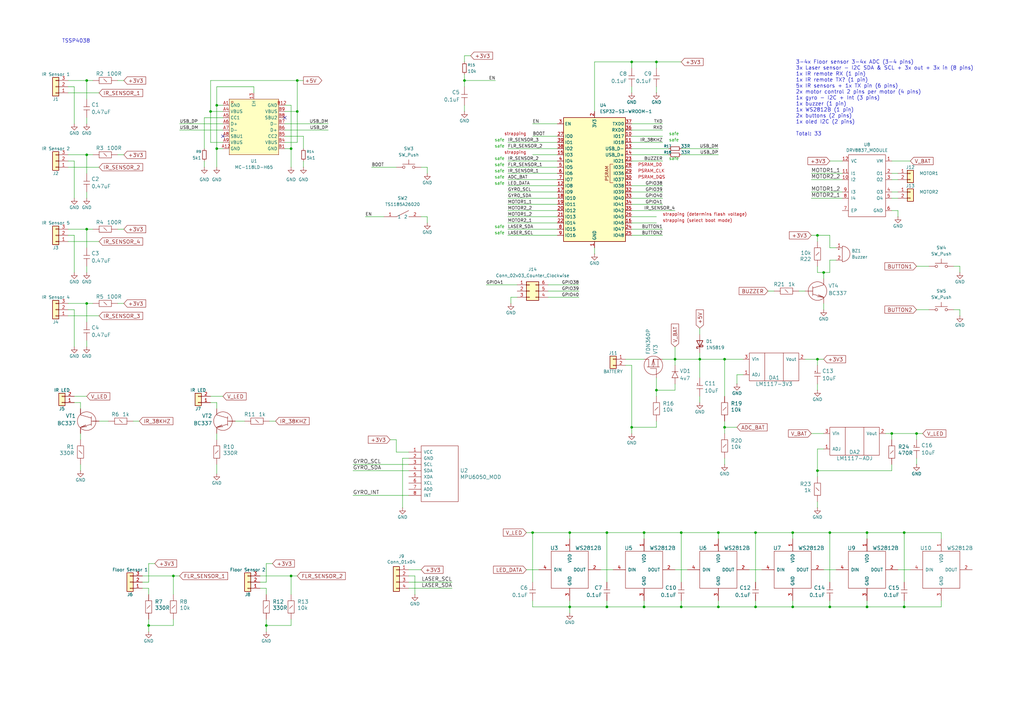
<source format=kicad_sch>
(kicad_sch (version 20250114) (generator "eeschema") (generator_version "9.0")
  (paper "A3")
  (text "3x Floor sensor 3x ADC (3 pins)\n1x Laser sensor - I2C SDA & SCL + 1x out + 1x in (4 pins)\n1x IR remote RX (1 pin)\n3x IR sensors + 1x TX pin (4 pins)\n2x motor control 2 pins per motor (4 pins)\n1x gyro - I2C + Int (3 pins)\n1x buzzer (1 pin)\n1x WS2812B (1 pin)\n2x buttons (2 pins)\n\nTotal: 23" (at 148.082 -7.366 0) (effects (font (size 1.524 1.524)) (justify left bottom)))
  (text "3-4x Floor sensor 3-4x ADC (3-4 pins)\n3x Laser sensor - I2C SDA & SCL + 3x out + 3x in (8 pins)\n1x IR remote RX (1 pin)\n1x IR remote TX? (1 pin)\n5x IR sensors + 1x TX pin (6 pins)\n2x motor control 2 pins per motor (4 pins)\n1x gyro - I2C + Int (3 pins)\n1x buzzer (1 pin)\n1x WS2812B (1 pin)\n2x buttons (2 pins)\n1x oled I2C (2 pins)\n\nTotal: 33" (at 326.39 55.88 0) (effects (font (size 1.524 1.524)) (justify left bottom)))
  (text "TSSP4038" (at 25.4 17.78 0) (effects (font (size 1.524 1.524)) (justify left bottom)))
  (junction (at 88.9 60.96))
  (junction (at 375.92 177.8))
  (junction (at 88.9 43.18))
  (junction (at 279.4 218.44))
  (junction (at 269.24 25.4))
  (junction (at 109.22 256.54))
  (junction (at 60.96 256.54))
  (junction (at 309.88 248.92))
  (junction (at 264.16 248.92))
  (junction (at 121.92 33.02))
  (junction (at 259.08 175.26))
  (junction (at 35.56 63.5))
  (junction (at 325.12 248.92))
  (junction (at 119.38 60.96))
  (junction (at 276.86 147.32))
  (junction (at 86.36 45.72))
  (junction (at 294.64 248.92))
  (junction (at 121.92 45.72))
  (junction (at 279.4 248.92))
  (junction (at 287.02 147.32))
  (junction (at 370.84 248.92))
  (junction (at 35.56 93.98))
  (junction (at 309.88 218.44))
  (junction (at 335.28 147.32))
  (junction (at 365.76 177.8))
  (junction (at 335.28 193.04))
  (junction (at 264.16 218.44))
  (junction (at 71.12 236.22))
  (junction (at 340.36 218.44))
  (junction (at 218.44 218.44))
  (junction (at 297.18 147.32))
  (junction (at 355.6 218.44))
  (junction (at 325.12 218.44))
  (junction (at 340.36 248.92))
  (junction (at 119.38 236.22))
  (junction (at 297.18 175.26))
  (junction (at 248.92 248.92))
  (junction (at 248.92 218.44))
  (junction (at 259.08 25.4))
  (junction (at 337.82 111.76))
  (junction (at 335.28 96.52))
  (junction (at 233.68 248.92))
  (junction (at 35.56 124.46))
  (junction (at 269.24 160.02))
  (junction (at 233.68 218.44))
  (junction (at 190.5 33.02))
  (junction (at 35.56 33.02))
  (junction (at 370.84 218.44))
  (junction (at 355.6 248.92))
  (junction (at 294.64 218.44))
  (no_connect (at 91.44 55.88))
  (no_connect (at 116.84 48.26))
  (wire (pts (xy 264.16 248.92) (xy 279.4 248.92)))
  (wire (pts (xy 119.38 43.18) (xy 119.38 60.96)))
  (wire (pts (xy 297.18 172.72) (xy 297.18 175.26)))
  (wire (pts (xy 264.16 218.44) (xy 279.4 218.44)))
  (wire (pts (xy 259.08 78.74) (xy 271.78 78.74)))
  (wire (pts (xy 27.94 38.1) (xy 40.64 38.1)))
  (wire (pts (xy 269.24 25.4) (xy 279.4 25.4)))
  (wire (pts (xy 259.08 81.28) (xy 271.78 81.28)))
  (wire (pts (xy 35.56 81.28) (xy 35.56 78.74)))
  (wire (pts (xy 208.28 76.2) (xy 228.6 76.2)))
  (wire (pts (xy 208.28 66.04) (xy 228.6 66.04)))
  (wire (pts (xy 276.86 160.02) (xy 276.86 157.48)))
  (wire (pts (xy 302.26 153.67) (xy 302.26 157.48)))
  (wire (pts (xy 269.24 160.02) (xy 269.24 162.56)))
  (wire (pts (xy 167.64 241.3) (xy 185.42 241.3)))
  (wire (pts (xy 391.16 109.22) (xy 393.7 109.22)))
  (wire (pts (xy 335.28 193.04) (xy 335.28 195.58)))
  (wire (pts (xy 365.76 190.5) (xy 365.76 193.04)))
  (wire (pts (xy 345.44 81.28) (xy 332.74 81.28)))
  (wire (pts (xy 86.36 33.02) (xy 121.92 33.02)))
  (wire (pts (xy 340.36 246.38) (xy 340.36 248.92)))
  (wire (pts (xy 91.44 60.96) (xy 88.9 60.96)))
  (wire (pts (xy 248.92 248.92) (xy 264.16 248.92)))
  (wire (pts (xy 335.28 147.32) (xy 337.82 147.32)))
  (wire (pts (xy 340.36 248.92) (xy 355.6 248.92)))
  (wire (pts (xy 259.08 93.98) (xy 271.78 93.98)))
  (wire (pts (xy 368.3 86.36) (xy 368.3 88.9)))
  (wire (pts (xy 294.64 248.92) (xy 309.88 248.92)))
  (wire (pts (xy 269.24 154.94) (xy 269.24 160.02)))
  (wire (pts (xy 35.56 71.12) (xy 35.56 63.5)))
  (wire (pts (xy 162.56 180.34) (xy 162.56 185.42)))
  (wire (pts (xy 167.64 193.04) (xy 144.78 193.04)))
  (wire (pts (xy 109.22 238.76) (xy 109.22 231.14)))
  (wire (pts (xy 33.02 165.1) (xy 33.02 167.64)))
  (wire (pts (xy 317.5 119.38) (xy 314.96 119.38)))
  (wire (pts (xy 342.9 106.68) (xy 340.36 106.68)))
  (wire (pts (xy 172.72 88.9) (xy 175.26 88.9)))
  (wire (pts (xy 309.88 238.76) (xy 309.88 218.44)))
  (wire (pts (xy 109.22 241.3) (xy 109.22 243.84)))
  (wire (pts (xy 259.08 25.4) (xy 269.24 25.4)))
  (wire (pts (xy 233.68 246.38) (xy 233.68 248.92)))
  (wire (pts (xy 71.12 236.22) (xy 73.66 236.22)))
  (wire (pts (xy 58.42 238.76) (xy 60.96 238.76)))
  (wire (pts (xy 243.84 45.72) (xy 243.84 25.4)))
  (wire (pts (xy 35.56 132.08) (xy 35.56 124.46)))
  (wire (pts (xy 224.79 121.92) (xy 237.49 121.92)))
  (wire (pts (xy 208.28 60.96) (xy 228.6 60.96)))
  (wire (pts (xy 218.44 55.88) (xy 228.6 55.88)))
  (wire (pts (xy 215.9 218.44) (xy 218.44 218.44)))
  (wire (pts (xy 297.18 147.32) (xy 304.8 147.32)))
  (wire (pts (xy 83.82 48.26) (xy 83.82 60.96)))
  (wire (pts (xy 259.08 58.42) (xy 271.78 58.42)))
  (wire (pts (xy 27.94 127) (xy 30.48 127)))
  (wire (pts (xy 337.82 233.68) (xy 342.9 233.68)))
  (wire (pts (xy 170.18 236.22) (xy 170.18 243.84)))
  (wire (pts (xy 375.92 187.96) (xy 375.92 190.5)))
  (wire (pts (xy 104.14 35.56) (xy 88.9 35.56)))
  (wire (pts (xy 27.94 99.06) (xy 40.64 99.06)))
  (wire (pts (xy 365.76 81.28) (xy 368.3 81.28)))
  (wire (pts (xy 83.82 66.04) (xy 83.82 68.58)))
  (wire (pts (xy 35.56 124.46) (xy 38.1 124.46)))
  (wire (pts (xy 27.94 129.54) (xy 40.64 129.54)))
  (wire (pts (xy 276.86 147.32) (xy 287.02 147.32)))
  (wire (pts (xy 116.84 58.42) (xy 121.92 58.42)))
  (wire (pts (xy 259.08 76.2) (xy 271.78 76.2)))
  (wire (pts (xy 172.72 68.58) (xy 175.26 68.58)))
  (wire (pts (xy 27.94 124.46) (xy 35.56 124.46)))
  (wire (pts (xy 243.84 101.6) (xy 243.84 104.14)))
  (wire (pts (xy 370.84 218.44) (xy 386.08 218.44)))
  (wire (pts (xy 340.36 218.44) (xy 355.6 218.44)))
  (wire (pts (xy 86.36 58.42) (xy 86.36 45.72)))
  (wire (pts (xy 71.12 236.22) (xy 71.12 243.84)))
  (wire (pts (xy 375.92 127) (xy 381 127)))
  (wire (pts (xy 124.46 55.88) (xy 124.46 60.96)))
  (wire (pts (xy 370.84 238.76) (xy 370.84 218.44)))
  (wire (pts (xy 287.02 162.56) (xy 287.02 165.1)))
  (wire (pts (xy 109.22 254) (xy 109.22 256.54)))
  (wire (pts (xy 335.28 111.76) (xy 335.28 109.22)))
  (wire (pts (xy 246.38 233.68) (xy 251.46 233.68)))
  (wire (pts (xy 294.64 246.38) (xy 294.64 248.92)))
  (wire (pts (xy 259.08 96.52) (xy 271.78 96.52)))
  (wire (pts (xy 368.3 233.68) (xy 373.38 233.68)))
  (wire (pts (xy 35.56 40.64) (xy 35.56 33.02)))
  (wire (pts (xy 340.36 111.76) (xy 340.36 106.68)))
  (wire (pts (xy 375.92 109.22) (xy 381 109.22)))
  (wire (pts (xy 335.28 205.74) (xy 335.28 208.28)))
  (wire (pts (xy 363.22 177.8) (xy 365.76 177.8)))
  (wire (pts (xy 365.76 86.36) (xy 368.3 86.36)))
  (wire (pts (xy 218.44 63.5) (xy 228.6 63.5)))
  (wire (pts (xy 279.4 238.76) (xy 279.4 218.44)))
  (wire (pts (xy 335.28 96.52) (xy 340.36 96.52)))
  (wire (pts (xy 116.84 55.88) (xy 124.46 55.88)))
  (wire (pts (xy 304.8 153.67) (xy 302.26 153.67)))
  (wire (pts (xy 297.18 190.5) (xy 297.18 187.96)))
  (wire (pts (xy 167.64 238.76) (xy 185.42 238.76)))
  (wire (pts (xy 175.26 68.58) (xy 175.26 71.12)))
  (wire (pts (xy 287.02 144.78) (xy 287.02 147.32)))
  (wire (pts (xy 233.68 218.44) (xy 248.92 218.44)))
  (wire (pts (xy 233.68 248.92) (xy 248.92 248.92)))
  (wire (pts (xy 104.14 35.56) (xy 104.14 38.1)))
  (wire (pts (xy 190.5 22.86) (xy 190.5 25.4)))
  (wire (pts (xy 60.96 256.54) (xy 71.12 256.54)))
  (wire (pts (xy 269.24 172.72) (xy 269.24 175.26)))
  (wire (pts (xy 279.4 218.44) (xy 294.64 218.44)))
  (wire (pts (xy 294.64 218.44) (xy 309.88 218.44)))
  (wire (pts (xy 30.48 162.56) (xy 35.56 162.56)))
  (wire (pts (xy 228.6 50.8) (xy 218.44 50.8)))
  (wire (pts (xy 375.92 180.34) (xy 375.92 177.8)))
  (wire (pts (xy 91.44 58.42) (xy 86.36 58.42)))
  (wire (pts (xy 365.76 177.8) (xy 365.76 180.34)))
  (wire (pts (xy 40.64 172.72) (xy 44.45 172.72)))
  (wire (pts (xy 60.96 238.76) (xy 60.96 231.14)))
  (wire (pts (xy 121.92 33.02) (xy 121.92 45.72)))
  (wire (pts (xy 119.38 236.22) (xy 119.38 243.84)))
  (wire (pts (xy 106.68 236.22) (xy 119.38 236.22)))
  (wire (pts (xy 259.08 83.82) (xy 271.78 83.82)))
  (wire (pts (xy 287.02 147.32) (xy 297.18 147.32)))
  (wire (pts (xy 287.02 147.32) (xy 287.02 154.94)))
  (wire (pts (xy 259.08 25.4) (xy 259.08 27.94)))
  (wire (pts (xy 218.44 238.76) (xy 218.44 218.44)))
  (wire (pts (xy 393.7 127) (xy 393.7 129.54)))
  (wire (pts (xy 208.28 91.44) (xy 228.6 91.44)))
  (wire (pts (xy 30.48 165.1) (xy 33.02 165.1)))
  (wire (pts (xy 355.6 248.92) (xy 355.6 246.38)))
  (wire (pts (xy 271.78 147.32) (xy 276.86 147.32)))
  (wire (pts (xy 325.12 218.44) (xy 340.36 218.44)))
  (wire (pts (xy 228.6 68.58) (xy 208.28 68.58)))
  (wire (pts (xy 269.24 175.26) (xy 259.08 175.26)))
  (wire (pts (xy 279.4 60.96) (xy 294.64 60.96)))
  (wire (pts (xy 110.49 172.72) (xy 113.03 172.72)))
  (wire (pts (xy 269.24 35.56) (xy 269.24 38.1)))
  (wire (pts (xy 167.64 187.96) (xy 165.1 187.96)))
  (wire (pts (xy 287.02 137.16) (xy 287.02 134.62)))
  (wire (pts (xy 60.96 231.14) (xy 63.5 231.14)))
  (wire (pts (xy 297.18 175.26) (xy 297.18 177.8)))
  (wire (pts (xy 27.94 96.52) (xy 30.48 96.52)))
  (wire (pts (xy 119.38 256.54) (xy 119.38 254)))
  (wire (pts (xy 88.9 165.1) (xy 88.9 167.64)))
  (wire (pts (xy 375.92 177.8) (xy 378.46 177.8)))
  (wire (pts (xy 208.28 58.42) (xy 228.6 58.42)))
  (wire (pts (xy 233.68 248.92) (xy 233.68 251.46)))
  (wire (pts (xy 259.08 175.26) (xy 259.08 177.8)))
  (wire (pts (xy 58.42 236.22) (xy 71.12 236.22)))
  (wire (pts (xy 208.28 93.98) (xy 228.6 93.98)))
  (wire (pts (xy 332.74 78.74) (xy 345.44 78.74)))
  (wire (pts (xy 370.84 248.92) (xy 386.08 248.92)))
  (wire (pts (xy 208.28 86.36) (xy 228.6 86.36)))
  (wire (pts (xy 48.26 124.46) (xy 50.8 124.46)))
  (wire (pts (xy 332.74 73.66) (xy 345.44 73.66)))
  (wire (pts (xy 167.64 233.68) (xy 172.72 233.68)))
  (wire (pts (xy 259.08 88.9) (xy 269.24 88.9)))
  (wire (pts (xy 167.64 236.22) (xy 170.18 236.22)))
  (wire (pts (xy 35.56 93.98) (xy 38.1 93.98)))
  (wire (pts (xy 259.08 60.96) (xy 274.32 60.96)))
  (wire (pts (xy 30.48 66.04) (xy 30.48 81.28)))
  (wire (pts (xy 259.08 66.04) (xy 271.78 66.04)))
  (wire (pts (xy 106.68 238.76) (xy 109.22 238.76)))
  (wire (pts (xy 35.56 142.24) (xy 35.56 139.7)))
  (wire (pts (xy 279.4 246.38) (xy 279.4 248.92)))
  (wire (pts (xy 256.54 149.86) (xy 259.08 149.86)))
  (wire (pts (xy 88.9 43.18) (xy 88.9 60.96)))
  (wire (pts (xy 109.22 256.54) (xy 109.22 259.08)))
  (wire (pts (xy 309.88 218.44) (xy 325.12 218.44)))
  (wire (pts (xy 33.02 177.8) (xy 33.02 180.34)))
  (wire (pts (xy 391.16 127) (xy 393.7 127)))
  (wire (pts (xy 165.1 187.96) (xy 165.1 208.28)))
  (wire (pts (xy 218.44 218.44) (xy 233.68 218.44)))
  (wire (pts (xy 54.61 172.72) (xy 57.15 172.72)))
  (wire (pts (xy 332.74 96.52) (xy 335.28 96.52)))
  (wire (pts (xy 279.4 248.92) (xy 294.64 248.92)))
  (wire (pts (xy 309.88 248.92) (xy 325.12 248.92)))
  (wire (pts (xy 393.7 109.22) (xy 393.7 111.76)))
  (wire (pts (xy 330.2 147.32) (xy 335.28 147.32)))
  (wire (pts (xy 48.26 63.5) (xy 50.8 63.5)))
  (wire (pts (xy 297.18 175.26) (xy 302.26 175.26)))
  (wire (pts (xy 27.94 63.5) (xy 35.56 63.5)))
  (wire (pts (xy 48.26 33.02) (xy 50.8 33.02)))
  (wire (pts (xy 109.22 231.14) (xy 111.76 231.14)))
  (wire (pts (xy 116.84 43.18) (xy 119.38 43.18)))
  (wire (pts (xy 96.52 172.72) (xy 100.33 172.72)))
  (wire (pts (xy 162.56 180.34) (xy 160.02 180.34)))
  (wire (pts (xy 88.9 60.96) (xy 88.9 68.58)))
  (wire (pts (xy 224.79 116.84) (xy 237.49 116.84)))
  (wire (pts (xy 264.16 220.98) (xy 264.16 218.44)))
  (wire (pts (xy 218.44 248.92) (xy 233.68 248.92)))
  (wire (pts (xy 365.76 71.12) (xy 368.3 71.12)))
  (wire (pts (xy 259.08 53.34) (xy 271.78 53.34)))
  (wire (pts (xy 71.12 256.54) (xy 71.12 254)))
  (wire (pts (xy 248.92 238.76) (xy 248.92 218.44)))
  (wire (pts (xy 27.94 35.56) (xy 30.48 35.56)))
  (wire (pts (xy 209.55 121.92) (xy 209.55 124.46)))
  (wire (pts (xy 91.44 48.26) (xy 83.82 48.26)))
  (wire (pts (xy 276.86 142.24) (xy 276.86 147.32)))
  (wire (pts (xy 340.36 66.04) (xy 345.44 66.04)))
  (wire (pts (xy 365.76 177.8) (xy 375.92 177.8)))
  (wire (pts (xy 190.5 30.48) (xy 190.5 33.02)))
  (wire (pts (xy 60.96 241.3) (xy 60.96 243.84)))
  (wire (pts (xy 345.44 71.12) (xy 332.74 71.12)))
  (wire (pts (xy 365.76 66.04) (xy 373.38 66.04)))
  (wire (pts (xy 33.02 190.5) (xy 33.02 193.04)))
  (wire (pts (xy 259.08 55.88) (xy 271.78 55.88)))
  (wire (pts (xy 190.5 33.02) (xy 190.5 35.56)))
  (wire (pts (xy 365.76 78.74) (xy 368.3 78.74)))
  (wire (pts (xy 309.88 246.38) (xy 309.88 248.92)))
  (wire (pts (xy 27.94 93.98) (xy 35.56 93.98)))
  (wire (pts (xy 264.16 246.38) (xy 264.16 248.92)))
  (wire (pts (xy 256.54 147.32) (xy 264.16 147.32)))
  (wire (pts (xy 27.94 68.58) (xy 40.64 68.58)))
  (wire (pts (xy 276.86 147.32) (xy 276.86 149.86)))
  (wire (pts (xy 340.36 96.52) (xy 340.36 101.6)))
  (wire (pts (xy 152.4 68.58) (xy 162.56 68.58)))
  (wire (pts (xy 119.38 236.22) (xy 121.92 236.22)))
  (wire (pts (xy 190.5 43.18) (xy 190.5 45.72)))
  (wire (pts (xy 335.28 147.32) (xy 335.28 149.86)))
  (wire (pts (xy 208.28 81.28) (xy 228.6 81.28)))
  (wire (pts (xy 325.12 248.92) (xy 325.12 246.38)))
  (wire (pts (xy 116.84 60.96) (xy 119.38 60.96)))
  (wire (pts (xy 248.92 246.38) (xy 248.92 248.92)))
  (wire (pts (xy 276.86 233.68) (xy 281.94 233.68)))
  (wire (pts (xy 86.36 33.02) (xy 86.36 45.72)))
  (wire (pts (xy 116.84 53.34) (xy 134.62 53.34)))
  (wire (pts (xy 190.5 22.86) (xy 193.04 22.86)))
  (wire (pts (xy 224.79 119.38) (xy 237.49 119.38)))
  (wire (pts (xy 297.18 162.56) (xy 297.18 147.32)))
  (wire (pts (xy 279.4 63.5) (xy 294.64 63.5)))
  (wire (pts (xy 27.94 33.02) (xy 35.56 33.02)))
  (wire (pts (xy 35.56 111.76) (xy 35.56 109.22)))
  (wire (pts (xy 243.84 25.4) (xy 259.08 25.4)))
  (wire (pts (xy 121.92 58.42) (xy 121.92 45.72)))
  (wire (pts (xy 60.96 256.54) (xy 60.96 259.08)))
  (wire (pts (xy 88.9 35.56) (xy 88.9 43.18)))
  (wire (pts (xy 208.28 73.66) (xy 228.6 73.66)))
  (wire (pts (xy 88.9 190.5) (xy 88.9 194.31)))
  (wire (pts (xy 91.44 43.18) (xy 88.9 43.18)))
  (wire (pts (xy 88.9 177.8) (xy 88.9 180.34)))
  (wire (pts (xy 58.42 241.3) (xy 60.96 241.3)))
  (wire (pts (xy 106.68 241.3) (xy 109.22 241.3)))
  (wire (pts (xy 327.66 119.38) (xy 330.2 119.38)))
  (wire (pts (xy 124.46 66.04) (xy 124.46 68.58)))
  (wire (pts (xy 86.36 165.1) (xy 88.9 165.1)))
  (wire (pts (xy 259.08 149.86) (xy 259.08 175.26)))
  (wire (pts (xy 220.98 233.68) (xy 215.9 233.68)))
  (wire (pts (xy 27.94 66.04) (xy 30.48 66.04)))
  (wire (pts (xy 269.24 160.02) (xy 276.86 160.02)))
  (wire (pts (xy 60.96 254) (xy 60.96 256.54)))
  (wire (pts (xy 208.28 96.52) (xy 228.6 96.52)))
  (wire (pts (xy 212.09 121.92) (xy 209.55 121.92)))
  (wire (pts (xy 386.08 248.92) (xy 386.08 246.38)))
  (wire (pts (xy 370.84 246.38) (xy 370.84 248.92)))
  (wire (pts (xy 35.56 50.8) (xy 35.56 48.26)))
  (wire (pts (xy 167.64 203.2) (xy 144.78 203.2)))
  (wire (pts (xy 73.66 53.34) (xy 91.44 53.34)))
  (wire (pts (xy 259.08 86.36) (xy 276.86 86.36)))
  (wire (pts (xy 335.28 184.15) (xy 337.82 184.15)))
  (wire (pts (xy 340.36 238.76) (xy 340.36 218.44)))
  (wire (pts (xy 86.36 45.72) (xy 91.44 45.72)))
  (wire (pts (xy 35.56 33.02) (xy 38.1 33.02)))
  (wire (pts (xy 337.82 111.76) (xy 337.82 114.3)))
  (wire (pts (xy 208.28 78.74) (xy 228.6 78.74)))
  (wire (pts (xy 325.12 218.44) (xy 325.12 220.98)))
  (wire (pts (xy 335.28 184.15) (xy 335.28 193.04)))
  (wire (pts (xy 121.92 33.02) (xy 124.46 33.02)))
  (wire (pts (xy 355.6 218.44) (xy 370.84 218.44)))
  (wire (pts (xy 73.66 50.8) (xy 91.44 50.8)))
  (wire (pts (xy 269.24 25.4) (xy 269.24 27.94)))
  (wire (pts (xy 30.48 96.52) (xy 30.48 111.76)))
  (wire (pts (xy 119.38 60.96) (xy 119.38 68.58)))
  (wire (pts (xy 365.76 73.66) (xy 368.3 73.66)))
  (wire (pts (xy 335.28 157.48) (xy 335.28 160.02)))
  (wire (pts (xy 248.92 218.44) (xy 264.16 218.44)))
  (wire (pts (xy 233.68 218.44) (xy 233.68 220.98)))
  (wire (pts (xy 307.34 233.68) (xy 312.42 233.68)))
  (wire (pts (xy 208.28 71.12) (xy 228.6 71.12)))
  (wire (pts (xy 149.86 88.9) (xy 157.48 88.9)))
  (wire (pts (xy 167.64 190.5) (xy 144.78 190.5)))
  (wire (pts (xy 335.28 96.52) (xy 335.28 99.06)))
  (wire (pts (xy 259.08 35.56) (xy 259.08 38.1)))
  (wire (pts (xy 116.84 50.8) (xy 134.62 50.8)))
  (wire (pts (xy 340.36 101.6) (xy 342.9 101.6)))
  (wire (pts (xy 259.08 50.8) (xy 271.78 50.8)))
  (wire (pts (xy 109.22 256.54) (xy 119.38 256.54)))
  (wire (pts (xy 208.28 83.82) (xy 228.6 83.82)))
  (wire (pts (xy 30.48 127) (xy 30.48 142.24)))
  (wire (pts (xy 259.08 91.44) (xy 269.24 91.44)))
  (wire (pts (xy 86.36 162.56) (xy 91.44 162.56)))
  (wire (pts (xy 325.12 248.92) (xy 340.36 248.92)))
  (wire (pts (xy 355.6 218.44) (xy 355.6 220.98)))
  (wire (pts (xy 337.82 111.76) (xy 340.36 111.76)))
  (wire (pts (xy 30.48 35.56) (xy 30.48 50.8)))
  (wire (pts (xy 386.08 218.44) (xy 386.08 220.98)))
  (wire (pts (xy 337.82 124.46) (xy 337.82 127)))
  (wire (pts (xy 365.76 193.04) (xy 335.28 193.04)))
  (wire (pts (xy 190.5 33.02) (xy 203.2 33.02)))
  (wire (pts (xy 175.26 88.9) (xy 175.26 91.44)))
  (wire (pts (xy 337.82 177.8) (xy 332.74 177.8)))
  (wire (pts (xy 259.08 63.5) (xy 274.32 63.5)))
  (wire (pts (xy 35.56 101.6) (xy 35.56 93.98)))
  (wire (pts (xy 355.6 248.92) (xy 370.84 248.92)))
  (wire (pts (xy 48.26 93.98) (xy 50.8 93.98)))
  (wire (pts (xy 121.92 45.72) (xy 116.84 45.72)))
  (wire (pts (xy 35.56 63.5) (xy 38.1 63.5)))
  (wire (pts (xy 212.09 116.84) (xy 199.39 116.84)))
  (wire (pts (xy 218.44 248.92) (xy 218.44 246.38)))
  (wire (pts (xy 208.28 88.9) (xy 228.6 88.9)))
  (wire (pts (xy 294.64 220.98) (xy 294.64 218.44)))
  (wire (pts (xy 337.82 111.76) (xy 335.28 111.76)))
  (wire (pts (xy 167.64 185.42) (xy 162.56 185.42)))
  (label "FLR_SENSOR_2" (at 208.28 60.96 0))
  (label "PSRAM_DQS" (at 261.62 73.66 0))
  (label "MOTOR2_2" (at 332.74 73.66 0) (effects (font (size 1.524 1.524))))
  (label "GPIO39" (at 237.49 119.38 180))
  (label "MOTOR1_1" (at 208.28 83.82 0))
  (label "LED_DATA" (at 208.28 76.2 0))
  (label "GYRO_SDA" (at 208.28 81.28 0))
  (label "LASER_SCL" (at 185.42 238.76 180) (effects (font (size 1.524 1.524))))
  (label "ADC_BAT" (at 208.28 73.66 0))
  (label "safe" (at 207.01 60.96 180))
  (label "safe" (at 207.01 73.66 180))
  (label "BOOT" (at 218.44 55.88 0))
  (label "BUTTON1" (at 271.78 93.98 180))
  (label "EN" (at 218.44 50.8 0))
  (label "GPIO41" (at 271.78 83.82 180))
  (label "safe" (at 207.01 93.98 180))
  (label "LASER_SCL" (at 208.28 96.52 0))
  (label "EN" (at 149.86 88.9 0))
  (label "MOTOR2_2" (at 208.28 86.36 0))
  (label "GPIO39" (at 271.78 78.74 180))
  (label "MOTOR2_1" (at 208.28 91.44 0))
  (label "FLR_SENSOR_1" (at 208.28 68.58 0))
  (label "safe" (at 274.32 55.88 0))
  (label "strapping (determins flash voltage)" (at 271.78 88.9 0))
  (label "strapping (select boot mode)" (at 271.78 91.44 0))
  (label "IR_SENSOR_2" (at 208.28 66.04 0))
  (label "safe" (at 274.32 58.42 0))
  (label "strapping" (at 215.9 63.5 180))
  (label "BOOT" (at 152.4 68.58 0))
  (label "MOTOR2_1" (at 332.74 81.28 0) (effects (font (size 1.524 1.524))))
  (label "IR_SENSOR_3" (at 208.28 58.42 0))
  (label "USB_DP" (at 134.62 53.34 180))
  (label "LASER_SDA" (at 185.42 241.3 180) (effects (font (size 1.524 1.524))))
  (label "BUTTON2" (at 271.78 96.52 180))
  (label "GPIO38" (at 237.49 116.84 180))
  (label "safe" (at 207.01 76.2 180))
  (label "GPIO41" (at 199.39 116.84 0))
  (label "safe" (at 274.32 66.04 0))
  (label "IR_38KHZ" (at 271.78 58.42 180))
  (label "safe" (at 207.01 58.42 180))
  (label "USB_DM" (at 134.62 50.8 180))
  (label "GYRO_INT" (at 144.78 203.2 0) (effects (font (size 1.524 1.524))))
  (label "safe" (at 207.01 68.58 180))
  (label "GPIO40" (at 271.78 81.28 180))
  (label "LASER_SDA" (at 208.28 93.98 0))
  (label "IR_SENSOR_1" (at 208.28 71.12 0))
  (label "PSRAM_D0" (at 261.62 68.58 0))
  (label "TXD" (at 271.78 50.8 180))
  (label "GYRO_SCL" (at 208.28 78.74 0))
  (label "RXD" (at 271.78 53.34 180))
  (label "USB_DM" (at 73.66 53.34 0))
  (label "safe" (at 207.01 66.04 180))
  (label "EN" (at 203.2 33.02 180))
  (label "GPIO38" (at 271.78 76.2 180))
  (label "MOTOR1_1" (at 332.74 71.12 0) (effects (font (size 1.524 1.524))))
  (label "strapping" (at 215.9 55.88 180))
  (label "IR_SENSOR_4" (at 276.86 86.36 180))
  (label "safe" (at 207.01 96.52 180))
  (label "USB_DM" (at 294.64 60.96 180))
  (label "MOTOR1_2" (at 208.28 88.9 0))
  (label "USB_DP" (at 73.66 50.8 0))
  (label "BUZZER" (at 271.78 66.04 180))
  (label "GYRO_SCL" (at 144.78 190.5 0) (effects (font (size 1.524 1.524))))
  (label "PSRAM_CLK" (at 261.62 71.12 0))
  (label "USB_DP" (at 294.64 63.5 180))
  (label "GPIO40" (at 237.49 121.92 180))
  (label "safe" (at 207.01 71.12 180))
  (label "GYRO_SDA" (at 144.78 193.04 0) (effects (font (size 1.524 1.524))))
  (label "MOTOR1_2" (at 332.74 78.74 0) (effects (font (size 1.524 1.524))))
  (global_label "IR_38KHZ" (shape input) (at 113.03 172.72 0) (effects (font (size 1.524 1.524))) (property "Intersheetrefs" "${INTERSHEET_REFS}" (effects (hide yes))))
  (global_label "IR_38KHZ" (shape input) (at 57.15 172.72 0) (effects (font (size 1.524 1.524))) (property "Intersheetrefs" "${INTERSHEET_REFS}" (effects (hide yes))))
  (global_label "V_BAT" (shape input) (at 276.86 142.24 90) (effects (font (size 1.524 1.524))) (property "Intersheetrefs" "${INTERSHEET_REFS}" (effects (hide yes))))
  (global_label "IR_SENSOR_2" (shape input) (at 40.64 68.58 0) (effects (font (size 1.524 1.524))) (property "Intersheetrefs" "${INTERSHEET_REFS}" (effects (hide yes))))
  (global_label "+3V3" (shape input) (at 160.02 180.34 180) (effects (font (size 1.524 1.524))) (property "Intersheetrefs" "${INTERSHEET_REFS}" (effects (hide yes))))
  (global_label "+3V3" (shape input) (at 111.76 231.14 0) (effects (font (size 1.524 1.524))) (property "Intersheetrefs" "${INTERSHEET_REFS}" (effects (hide yes))))
  (global_label "+3V3" (shape input) (at 50.8 93.98 0) (effects (font (size 1.524 1.524))) (property "Intersheetrefs" "${INTERSHEET_REFS}" (effects (hide yes))))
  (global_label "+3V3" (shape input) (at 50.8 124.46 0) (effects (font (size 1.524 1.524))) (property "Intersheetrefs" "${INTERSHEET_REFS}" (effects (hide yes))))
  (global_label "+3V3" (shape input) (at 332.74 96.52 180) (effects (font (size 1.524 1.524))) (property "Intersheetrefs" "${INTERSHEET_REFS}" (effects (hide yes))))
  (global_label "V_LED" (shape input) (at 215.9 218.44 180) (effects (font (size 1.524 1.524))) (property "Intersheetrefs" "${INTERSHEET_REFS}" (effects (hide yes))))
  (global_label "V_LED" (shape input) (at 378.46 177.8 0) (effects (font (size 1.524 1.524))) (property "Intersheetrefs" "${INTERSHEET_REFS}" (effects (hide yes))))
  (global_label "+3V3" (shape input) (at 340.36 66.04 180) (effects (font (size 1.524 1.524))) (property "Intersheetrefs" "${INTERSHEET_REFS}" (effects (hide yes))))
  (global_label "V_LED" (shape input) (at 91.44 162.56 0) (effects (font (size 1.524 1.524))) (property "Intersheetrefs" "${INTERSHEET_REFS}" (effects (hide yes))))
  (global_label "+3V3" (shape input) (at 63.5 231.14 0) (effects (font (size 1.524 1.524))) (property "Intersheetrefs" "${INTERSHEET_REFS}" (effects (hide yes))))
  (global_label "+3V3" (shape input) (at 50.8 63.5 0) (effects (font (size 1.524 1.524))) (property "Intersheetrefs" "${INTERSHEET_REFS}" (effects (hide yes))))
  (global_label "LED_DATA" (shape input) (at 215.9 233.68 180) (effects (font (size 1.524 1.524))) (property "Intersheetrefs" "${INTERSHEET_REFS}" (effects (hide yes))))
  (global_label "V_BAT" (shape input) (at 332.74 177.8 180) (effects (font (size 1.524 1.524))) (property "Intersheetrefs" "${INTERSHEET_REFS}" (effects (hide yes))))
  (global_label "BUTTON2" (shape input) (at 375.92 127 180) (effects (font (size 1.524 1.524))) (property "Intersheetrefs" "${INTERSHEET_REFS}" (effects (hide yes))))
  (global_label "FLR_SENSOR_2" (shape input) (at 121.92 236.22 0) (effects (font (size 1.524 1.524))) (property "Intersheetrefs" "${INTERSHEET_REFS}" (effects (hide yes))))
  (global_label "+3V3" (shape input) (at 172.72 233.68 0) (effects (font (size 1.524 1.524))) (property "Intersheetrefs" "${INTERSHEET_REFS}" (effects (hide yes))))
  (global_label "+5V" (shape input) (at 287.02 134.62 90) (effects (font (size 1.524 1.524))) (property "Intersheetrefs" "${INTERSHEET_REFS}" (effects (hide yes))))
  (global_label "V_BAT" (shape input) (at 373.38 66.04 0) (effects (font (size 1.524 1.524))) (property "Intersheetrefs" "${INTERSHEET_REFS}" (effects (hide yes))))
  (global_label "+5V" (shape output) (at 124.46 33.02 0) (effects (font (size 1.524 1.524))) (property "Intersheetrefs" "${INTERSHEET_REFS}" (effects (hide yes))))
  (global_label "IR_SENSOR_1" (shape input) (at 40.64 38.1 0) (effects (font (size 1.524 1.524))) (property "Intersheetrefs" "${INTERSHEET_REFS}" (effects (hide yes))))
  (global_label "+3V3" (shape input) (at 193.04 22.86 0) (effects (font (size 1.524 1.524))) (property "Intersheetrefs" "${INTERSHEET_REFS}" (effects (hide yes))))
  (global_label "BUTTON1" (shape input) (at 375.92 109.22 180) (effects (font (size 1.524 1.524))) (property "Intersheetrefs" "${INTERSHEET_REFS}" (effects (hide yes))))
  (global_label "+3V3" (shape input) (at 50.8 33.02 0) (effects (font (size 1.524 1.524))) (property "Intersheetrefs" "${INTERSHEET_REFS}" (effects (hide yes))))
  (global_label "ADC_BAT" (shape input) (at 302.26 175.26 0) (effects (font (size 1.524 1.524))) (property "Intersheetrefs" "${INTERSHEET_REFS}" (effects (hide yes))))
  (global_label "+3V3" (shape input) (at 279.4 25.4 0) (effects (font (size 1.524 1.524))) (property "Intersheetrefs" "${INTERSHEET_REFS}" (effects (hide yes))))
  (global_label "V_LED" (shape input) (at 35.56 162.56 0) (effects (font (size 1.524 1.524))) (property "Intersheetrefs" "${INTERSHEET_REFS}" (effects (hide yes))))
  (global_label "FLR_SENSOR_1" (shape input) (at 73.66 236.22 0) (effects (font (size 1.524 1.524))) (property "Intersheetrefs" "${INTERSHEET_REFS}" (effects (hide yes))))
  (global_label "BUZZER" (shape input) (at 314.96 119.38 180) (effects (font (size 1.524 1.524))) (property "Intersheetrefs" "${INTERSHEET_REFS}" (effects (hide yes))))
  (global_label "IR_SENSOR_4" (shape input) (at 40.64 99.06 0) (effects (font (size 1.524 1.524))) (property "Intersheetrefs" "${INTERSHEET_REFS}" (effects (hide yes))))
  (global_label "+3V3" (shape input) (at 337.82 147.32 0) (effects (font (size 1.524 1.524))) (property "Intersheetrefs" "${INTERSHEET_REFS}" (effects (hide yes))))
  (global_label "IR_SENSOR_3" (shape input) (at 40.64 129.54 0) (effects (font (size 1.524 1.524))) (property "Intersheetrefs" "${INTERSHEET_REFS}" (effects (hide yes))))
  (symbol (lib_id "minisumo-rv1g-2021-rescue:WS2812B-minisumo-rv1g-2018-rescue-minisumo-rv1g-2021-rescue") (at 233.68 233.68 0) (unit 1)
    (property "Reference" "U3" (at 227.33 224.79 0) (effects (font (size 1.524 1.524))))
    (property "Value" "WS2812B" (at 241.3 224.79 0) (effects (font (size 1.524 1.524))))
    (property "Footprint" "janis:WS2812B" (effects (hide yes)))
  )
  (symbol (lib_id "minisumo-rv1g-2021-rescue:WS2812B-minisumo-rv1g-2018-rescue-minisumo-rv1g-2021-rescue") (at 264.16 233.68 0) (unit 1)
    (property "Reference" "U5" (at 257.81 224.79 0) (effects (font (size 1.524 1.524))))
    (property "Value" "WS2812B" (at 271.78 224.79 0) (effects (font (size 1.524 1.524))))
    (property "Footprint" "janis:WS2812B" (effects (hide yes)))
  )
  (symbol (lib_id "minisumo-rv1g-2021-rescue:WS2812B-minisumo-rv1g-2018-rescue-minisumo-rv1g-2021-rescue") (at 294.64 233.68 0) (unit 1)
    (property "Reference" "U6" (at 288.29 224.79 0) (effects (font (size 1.524 1.524))))
    (property "Value" "WS2812B" (at 302.26 224.79 0) (effects (font (size 1.524 1.524))))
    (property "Footprint" "janis:WS2812B" (effects (hide yes)))
  )
  (symbol (lib_id "minisumo-rv1g-2021-rescue:WS2812B-minisumo-rv1g-2018-rescue-minisumo-rv1g-2021-rescue") (at 325.12 233.68 0) (unit 1)
    (property "Reference" "U7" (at 318.77 224.79 0) (effects (font (size 1.524 1.524))))
    (property "Value" "WS2812B" (at 332.74 224.79 0) (effects (font (size 1.524 1.524))))
    (property "Footprint" "janis:WS2812B" (effects (hide yes)))
  )
  (symbol (lib_id "power:GND") (at 165.1 208.28 0) (unit 1)
    (property "Reference" "#PWR017" (effects (hide yes)))
    (property "Value" "GND" (at 165.1 212.09 0))
  )
  (symbol (lib_id "power:GND") (at 233.68 251.46 0) (unit 1)
    (property "Reference" "#PWR022" (effects (hide yes)))
    (property "Value" "GND" (at 233.68 255.27 0))
  )
  (symbol (lib_id "minisumo-rv1g-2021-rescue:Conn_01x03-minisumo-rv1g-2018-rescue-minisumo-rv1g-2021-rescue") (at 53.34 238.76 180) (unit 1)
    (property "Reference" "J6" (at 53.34 243.84 0))
    (property "Value" "Floor Sensor 1" (at 53.34 233.68 0))
    (property "Footprint" "janis:JST-B3B-ZR" (effects (hide yes)))
  )
  (symbol (lib_id "minisumo-rv1g-2021-rescue:Conn_01x03-minisumo-rv1g-2018-rescue-minisumo-rv1g-2021-rescue") (at 101.6 238.76 180) (unit 1)
    (property "Reference" "J8" (at 101.6 243.84 0))
    (property "Value" "Floor Sensor 2" (at 101.6 233.68 0))
    (property "Footprint" "janis:JST-B3B-ZR" (effects (hide yes)))
  )
  (symbol (lib_id "minisumo-rv1g-2021-rescue:R_W4_THT_V-minisumo-rv1g-2018-rescue-minisumo-rv1g-2021-rescue") (at 71.12 254 0) (unit 1)
    (property "Reference" "R8" (at 73.66 247.65 0) (effects (font (size 1.524 1.524)) (justify left bottom)))
    (property "Value" "10k" (at 73.66 250.19 0) (effects (font (size 1.524 1.524)) (justify left bottom)))
    (property "Footprint" "janis:R_W8_THT_Hor_6mm" (effects (hide yes)))
  )
  (symbol (lib_id "minisumo-rv1g-2021-rescue:R_W4_THT_V-minisumo-rv1g-2018-rescue-minisumo-rv1g-2021-rescue") (at 60.96 254 0) (unit 1)
    (property "Reference" "R7" (at 63.5 247.65 0) (effects (font (size 1.524 1.524)) (justify left bottom)))
    (property "Value" "330R" (at 63.5 250.19 0) (effects (font (size 1.524 1.524)) (justify left bottom)))
    (property "Footprint" "janis:R_W8_THT_Hor_6mm" (effects (hide yes)))
  )
  (symbol (lib_id "power:GND") (at 60.96 259.08 0) (unit 1)
    (property "Reference" "#PWR010" (effects (hide yes)))
    (property "Value" "GND" (at 60.96 262.89 0))
  )
  (symbol (lib_id "minisumo-rv1g-2021-rescue:R_W4_THT_V-minisumo-rv1g-2018-rescue-minisumo-rv1g-2021-rescue") (at 119.38 254 0) (unit 1)
    (property "Reference" "R13" (at 121.92 247.65 0) (effects (font (size 1.524 1.524)) (justify left bottom)))
    (property "Value" "10k" (at 121.92 250.19 0) (effects (font (size 1.524 1.524)) (justify left bottom)))
    (property "Footprint" "janis:R_W8_THT_Hor_6mm" (effects (hide yes)))
  )
  (symbol (lib_id "minisumo-rv1g-2021-rescue:R_W4_THT_V-minisumo-rv1g-2018-rescue-minisumo-rv1g-2021-rescue") (at 109.22 254 0) (unit 1)
    (property "Reference" "R12" (at 111.76 247.65 0) (effects (font (size 1.524 1.524)) (justify left bottom)))
    (property "Value" "330R" (at 111.76 250.19 0) (effects (font (size 1.524 1.524)) (justify left bottom)))
    (property "Footprint" "janis:R_W8_THT_Hor_6mm" (effects (hide yes)))
  )
  (symbol (lib_id "power:GND") (at 109.22 259.08 0) (unit 1)
    (property "Reference" "#PWR014" (effects (hide yes)))
    (property "Value" "GND" (at 109.22 262.89 0))
  )
  (symbol (lib_id "minisumo-rv1g-2021-rescue:R_W4_THT-minisumo-rv1g-2018-rescue-minisumo-rv1g-2021-rescue") (at 38.1 63.5 0) (unit 1)
    (property "Reference" "R3" (at 42.545 61.595 0) (effects (font (size 1.524 1.524)) (justify right bottom)))
    (property "Value" "100R" (at 43.815 61.595 0) (effects (font (size 1.524 1.524)) (justify left bottom)))
    (property "Footprint" "janis:R_W8_THT_Hor_6mm" (effects (hide yes)))
  )
  (symbol (lib_id "minisumo-rv1g-2021-rescue:C-5mm_V-minisumo-rv1g-2018-rescue-minisumo-rv1g-2021-rescue") (at 35.56 71.12 0) (unit 1)
    (property "Reference" "C2" (at 37.465 74.295 0) (effects (font (size 1.524 1.524)) (justify left bottom)))
    (property "Value" "0.47uF" (at 37.465 75.565 0) (effects (font (size 1.524 1.524)) (justify left top)))
    (property "Footprint" "janis:C-5mm" (effects (hide yes)))
  )
  (symbol (lib_id "power:GND") (at 35.56 81.28 0) (unit 1)
    (property "Reference" "#PWR07" (effects (hide yes)))
    (property "Value" "GND" (at 35.56 85.09 0))
  )
  (symbol (lib_id "power:GND") (at 30.48 81.28 0) (unit 1)
    (property "Reference" "#PWR02" (effects (hide yes)))
    (property "Value" "GND" (at 30.48 85.09 0))
  )
  (symbol (lib_id "minisumo-rv1g-2021-rescue:R_W4_THT_V-minisumo-rv1g-2018-rescue-minisumo-rv1g-2021-rescue") (at 33.02 190.5 0) (mirror y) (unit 1)
    (property "Reference" "R1" (at 30.48 184.15 0) (effects (font (size 1.524 1.524)) (justify left bottom)))
    (property "Value" "330R" (at 30.48 186.69 0) (effects (font (size 1.524 1.524)) (justify left bottom)))
    (property "Footprint" "janis:R_W8_THT_Hor_6mm" (effects (hide yes)))
  )
  (symbol (lib_id "power:GND") (at 33.02 193.04 0) (mirror y) (unit 1)
    (property "Reference" "#PWR05" (effects (hide yes)))
    (property "Value" "GND" (at 33.02 196.85 0))
  )
  (symbol (lib_id "minisumo-rv1g-2021-rescue:R_W4_THT-minisumo-rv1g-2018-rescue-minisumo-rv1g-2021-rescue") (at 44.45 172.72 0) (unit 1)
    (property "Reference" "R6" (at 48.895 170.815 0) (effects (font (size 1.524 1.524)) (justify right bottom)))
    (property "Value" "1k" (at 50.165 170.815 0) (effects (font (size 1.524 1.524)) (justify left bottom)))
    (property "Footprint" "janis:R_W8_THT_Hor_6mm" (effects (hide yes)))
  )
  (symbol (lib_id "minisumo-rv1g-2021-rescue:R_W4_THT-minisumo-rv1g-2018-rescue-minisumo-rv1g-2021-rescue") (at 38.1 33.02 0) (unit 1)
    (property "Reference" "R2" (at 42.545 31.115 0) (effects (font (size 1.524 1.524)) (justify right bottom)))
    (property "Value" "100R" (at 43.815 31.115 0) (effects (font (size 1.524 1.524)) (justify left bottom)))
    (property "Footprint" "janis:R_W8_THT_Hor_6mm" (effects (hide yes)))
  )
  (symbol (lib_id "minisumo-rv1g-2021-rescue:C-5mm_V-minisumo-rv1g-2018-rescue-minisumo-rv1g-2021-rescue") (at 35.56 40.64 0) (unit 1)
    (property "Reference" "C1" (at 37.465 43.815 0) (effects (font (size 1.524 1.524)) (justify left bottom)))
    (property "Value" "0.47uF" (at 37.465 45.085 0) (effects (font (size 1.524 1.524)) (justify left top)))
    (property "Footprint" "janis:C-5mm" (effects (hide yes)))
  )
  (symbol (lib_id "power:GND") (at 35.56 50.8 0) (unit 1)
    (property "Reference" "#PWR06" (effects (hide yes)))
    (property "Value" "GND" (at 35.56 54.61 0))
  )
  (symbol (lib_id "power:GND") (at 30.48 50.8 0) (unit 1)
    (property "Reference" "#PWR01" (effects (hide yes)))
    (property "Value" "GND" (at 30.48 54.61 0))
  )
  (symbol (lib_id "minisumo-rv1g-2021-rescue:R_W4_THT-minisumo-rv1g-2018-rescue-minisumo-rv1g-2021-rescue") (at 38.1 93.98 0) (unit 1)
    (property "Reference" "R4" (at 42.545 92.075 0) (effects (font (size 1.524 1.524)) (justify right bottom)))
    (property "Value" "100R" (at 43.815 92.075 0) (effects (font (size 1.524 1.524)) (justify left bottom)))
    (property "Footprint" "janis:R_W8_THT_Hor_6mm" (effects (hide yes)))
  )
  (symbol (lib_id "minisumo-rv1g-2021-rescue:C-5mm_V-minisumo-rv1g-2018-rescue-minisumo-rv1g-2021-rescue") (at 35.56 101.6 0) (unit 1)
    (property "Reference" "C3" (at 37.465 104.775 0) (effects (font (size 1.524 1.524)) (justify left bottom)))
    (property "Value" "0.47uF" (at 37.465 106.045 0) (effects (font (size 1.524 1.524)) (justify left top)))
    (property "Footprint" "janis:C-5mm" (effects (hide yes)))
  )
  (symbol (lib_id "power:GND") (at 35.56 111.76 0) (unit 1)
    (property "Reference" "#PWR08" (effects (hide yes)))
    (property "Value" "GND" (at 35.56 115.57 0))
  )
  (symbol (lib_id "power:GND") (at 30.48 111.76 0) (unit 1)
    (property "Reference" "#PWR03" (effects (hide yes)))
    (property "Value" "GND" (at 30.48 115.57 0))
  )
  (symbol (lib_id "minisumo-rv1g-2021-rescue:R_W4_THT-minisumo-rv1g-2018-rescue-minisumo-rv1g-2021-rescue") (at 38.1 124.46 0) (unit 1)
    (property "Reference" "R5" (at 42.545 122.555 0) (effects (font (size 1.524 1.524)) (justify right bottom)))
    (property "Value" "100R" (at 43.815 122.555 0) (effects (font (size 1.524 1.524)) (justify left bottom)))
    (property "Footprint" "janis:R_W8_THT_Hor_6mm" (effects (hide yes)))
  )
  (symbol (lib_id "minisumo-rv1g-2021-rescue:C-5mm_V-minisumo-rv1g-2018-rescue-minisumo-rv1g-2021-rescue") (at 35.56 132.08 0) (unit 1)
    (property "Reference" "C4" (at 37.465 135.255 0) (effects (font (size 1.524 1.524)) (justify left bottom)))
    (property "Value" "0.47uF" (at 37.465 136.525 0) (effects (font (size 1.524 1.524)) (justify left top)))
    (property "Footprint" "janis:C-5mm" (effects (hide yes)))
  )
  (symbol (lib_id "power:GND") (at 35.56 142.24 0) (unit 1)
    (property "Reference" "#PWR09" (effects (hide yes)))
    (property "Value" "GND" (at 35.56 146.05 0))
  )
  (symbol (lib_id "power:GND") (at 30.48 142.24 0) (unit 1)
    (property "Reference" "#PWR04" (effects (hide yes)))
    (property "Value" "GND" (at 30.48 146.05 0))
  )
  (symbol (lib_id "minisumo-rv1g-2021-rescue:R_W4_THT_V-minisumo-rv1g-2018-rescue-minisumo-rv1g-2021-rescue") (at 88.9 190.5 0) (unit 1)
    (property "Reference" "R10" (at 91.44 184.15 0) (effects (font (size 1.524 1.524)) (justify left bottom)))
    (property "Value" "330R" (at 91.44 186.69 0) (effects (font (size 1.524 1.524)) (justify left bottom)))
    (property "Footprint" "janis:R_W8_THT_Hor_6mm" (effects (hide yes)))
  )
  (symbol (lib_id "power:GND") (at 88.9 194.31 0) (unit 1)
    (property "Reference" "#PWR013" (effects (hide yes)))
    (property "Value" "GND" (at 88.9 198.12 0))
  )
  (symbol (lib_id "minisumo-rv1g-2021-rescue:R_W4_THT-minisumo-rv1g-2018-rescue-minisumo-rv1g-2021-rescue") (at 100.33 172.72 0) (unit 1)
    (property "Reference" "R11" (at 104.775 170.815 0) (effects (font (size 1.524 1.524)) (justify right bottom)))
    (property "Value" "1k" (at 106.045 170.815 0) (effects (font (size 1.524 1.524)) (justify left bottom)))
    (property "Footprint" "janis:R_W8_THT_Hor_6mm" (effects (hide yes)))
  )
  (symbol (lib_id "minisumo-rv1g-2021-rescue:CE63x25_V-minisumo-rv1g-2018-rescue-minisumo-rv1g-2021-rescue") (at 335.28 149.86 0) (unit 1)
    (property "Reference" "C13" (at 337.185 153.035 0) (effects (font (size 1.524 1.524)) (justify left bottom)))
    (property "Value" "10uF" (at 337.185 154.305 0) (effects (font (size 1.524 1.524)) (justify left top)))
    (property "Footprint" "passive:CE63x25" (effects (hide yes)))
  )
  (symbol (lib_id "minisumo-rv1g-2021-rescue:WS2812B-minisumo-rv1g-2018-rescue-minisumo-rv1g-2021-rescue") (at 355.6 233.68 0) (unit 1)
    (property "Reference" "U9" (at 349.25 224.79 0) (effects (font (size 1.524 1.524))))
    (property "Value" "WS2812B" (at 363.22 224.79 0) (effects (font (size 1.524 1.524))))
    (property "Footprint" "janis:WS2812B" (effects (hide yes)))
  )
  (symbol (lib_id "minisumo-rv1g-2021-rescue:LM1117_SOT-223-minisumo-rv1g-2018-rescue-minisumo-rv1g-2021-rescue") (at 317.5 156.21 0) (unit 1)
    (property "Reference" "DA1" (at 317.5 154.94 0) (effects (font (size 1.524 1.524))))
    (property "Value" "LM1117-3V3" (at 317.5 157.48 0) (effects (font (size 1.524 1.524))))
    (property "Footprint" "active:SOT-223" (effects (hide yes)))
  )
  (symbol (lib_id "minisumo-rv1g-2021-rescue:Conn_01x02-minisumo-rv1g-2018-rescue-minisumo-rv1g-2021-rescue") (at 373.38 71.12 0) (unit 1)
    (property "Reference" "J12" (at 373.38 68.58 0))
    (property "Value" "MOTOR1" (at 381 71.12 0))
    (property "Footprint" "Connector_JST:JST_PH_B2B-PH-K_1x02_P2.00mm_Vertical" (effects (hide yes)))
  )
  (symbol (lib_id "minisumo-rv1g-2021-rescue:Conn_01x02-minisumo-rv1g-2018-rescue-minisumo-rv1g-2021-rescue") (at 373.38 78.74 0) (unit 1)
    (property "Reference" "J13" (at 373.38 76.2 0))
    (property "Value" "MOTOR2" (at 381 78.74 0))
    (property "Footprint" "Connector_JST:JST_PH_B2B-PH-K_1x02_P2.00mm_Vertical" (effects (hide yes)))
  )
  (symbol (lib_id "minisumo-rv1g-2021-rescue:CE63x25_V-minisumo-rv1g-2018-rescue-minisumo-rv1g-2021-rescue") (at 287.02 154.94 0) (unit 1)
    (property "Reference" "C11" (at 288.925 158.115 0) (effects (font (size 1.524 1.524)) (justify left bottom)))
    (property "Value" "10uF" (at 288.925 159.385 0) (effects (font (size 1.524 1.524)) (justify left top)))
    (property "Footprint" "passive:CE63x25" (effects (hide yes)))
  )
  (symbol (lib_id "power:GND") (at 287.02 165.1 0) (unit 1)
    (property "Reference" "#PWR027" (effects (hide yes)))
    (property "Value" "GND" (at 287.02 168.91 0))
  )
  (symbol (lib_id "power:GND") (at 302.26 157.48 0) (unit 1)
    (property "Reference" "#PWR029" (effects (hide yes)))
    (property "Value" "GND" (at 302.26 161.29 0))
  )
  (symbol (lib_id "power:GND") (at 368.3 88.9 0) (unit 1)
    (property "Reference" "#PWR033" (effects (hide yes)))
    (property "Value" "GND" (at 368.3 92.71 0))
  )
  (symbol (lib_id "power:GND") (at 335.28 160.02 0) (unit 1)
    (property "Reference" "#PWR030" (effects (hide yes)))
    (property "Value" "GND" (at 335.28 163.83 0))
  )
  (symbol (lib_id "power:GND") (at 259.08 177.8 0) (unit 1)
    (property "Reference" "#PWR025" (effects (hide yes)))
    (property "Value" "GND" (at 259.08 181.61 0))
  )
  (symbol (lib_id "minisumo-rv1g-2021-rescue:P-FET_SOT-23-minisumo-rv1g-2018-rescue-minisumo-rv1g-2021-rescue") (at 269.24 154.94 270) (mirror x) (unit 1)
    (property "Reference" "VT3" (at 267.97 145.415 0) (effects (font (size 1.524 1.524)) (justify left bottom)))
    (property "Value" "FDN360P" (at 266.7 145.415 0) (effects (font (size 1.524 1.524)) (justify left top)))
    (property "Footprint" "active:SOT-23" (effects (hide yes)))
  )
  (symbol (lib_id "minisumo-rv1g-2021-rescue:D-DO-35_V-minisumo-rv1g-2018-rescue-minisumo-rv1g-2021-rescue") (at 276.86 149.86 0) (unit 1)
    (property "Reference" "VD1" (at 278.765 153.035 0) (effects (font (size 1.524 1.524)) (justify left bottom)))
    (property "Value" "4v7" (at 278.765 154.305 0) (effects (font (size 1.524 1.524)) (justify left top)))
    (property "Footprint" "Diodes_THT:D_DO-35_SOD27_P2.54mm_Vertical_AnodeUp" (effects (hide yes)))
  )
  (symbol (lib_id "minisumo-rv1g-2021-rescue:R_W4_THT_V-minisumo-rv1g-2018-rescue-minisumo-rv1g-2021-rescue") (at 269.24 172.72 0) (unit 1)
    (property "Reference" "R16" (at 271.78 166.37 0) (effects (font (size 1.524 1.524)) (justify left bottom)))
    (property "Value" "10k" (at 271.78 168.91 0) (effects (font (size 1.524 1.524)) (justify left bottom)))
    (property "Footprint" "passive:R_W8_THT_Vert" (effects (hide yes)))
  )
  (symbol (lib_id "minisumo-rv1g-2021-rescue:R_W4_THT_V-minisumo-rv1g-2018-rescue-minisumo-rv1g-2021-rescue") (at 297.18 172.72 0) (unit 1)
    (property "Reference" "R19" (at 299.72 166.37 0) (effects (font (size 1.524 1.524)) (justify left bottom)))
    (property "Value" "10k" (at 299.72 168.91 0) (effects (font (size 1.524 1.524)) (justify left bottom)))
    (property "Footprint" "janis:R_W8_THT_Hor_6mm" (effects (hide yes)))
  )
  (symbol (lib_id "minisumo-rv1g-2021-rescue:R_W4_THT_V-minisumo-rv1g-2018-rescue-minisumo-rv1g-2021-rescue") (at 297.18 187.96 0) (unit 1)
    (property "Reference" "R20" (at 299.72 181.61 0) (effects (font (size 1.524 1.524)) (justify left bottom)))
    (property "Value" "10k" (at 299.72 184.15 0) (effects (font (size 1.524 1.524)) (justify left bottom)))
    (property "Footprint" "janis:R_W8_THT_Hor_6mm" (effects (hide yes)))
  )
  (symbol (lib_id "power:GND") (at 297.18 190.5 0) (unit 1)
    (property "Reference" "#PWR028" (effects (hide yes)))
    (property "Value" "GND" (at 297.18 194.31 0))
  )
  (symbol (lib_id "minisumo-rv1g-2021-rescue:R_W4_THT_V-minisumo-rv1g-2018-rescue-minisumo-rv1g-2021-rescue") (at 335.28 205.74 0) (mirror y) (unit 1)
    (property "Reference" "R23" (at 332.74 199.39 0) (effects (font (size 1.524 1.524)) (justify left bottom)))
    (property "Value" "1k" (at 332.74 201.93 0) (effects (font (size 1.524 1.524)) (justify left bottom)))
    (property "Footprint" "janis:R_W8_THT_Hor_6mm" (effects (hide yes)))
  )
  (symbol (lib_id "minisumo-rv1g-2021-rescue:R_W4_THT_V-minisumo-rv1g-2018-rescue-minisumo-rv1g-2021-rescue") (at 365.76 190.5 0) (unit 1)
    (property "Reference" "R24" (at 368.3 184.15 0) (effects (font (size 1.524 1.524)) (justify left bottom)))
    (property "Value" "470R" (at 368.3 186.69 0) (effects (font (size 1.524 1.524)) (justify left bottom)))
    (property "Footprint" "janis:R_W8_THT_Hor_6mm" (effects (hide yes)))
  )
  (symbol (lib_id "power:GND") (at 335.28 208.28 0) (unit 1)
    (property "Reference" "#PWR031" (effects (hide yes)))
    (property "Value" "GND" (at 335.28 212.09 0))
  )
  (symbol (lib_id "minisumo-rv1g-2021-rescue:CE63x25_V-minisumo-rv1g-2018-rescue-minisumo-rv1g-2021-rescue") (at 375.92 180.34 0) (unit 1)
    (property "Reference" "C16" (at 377.825 183.515 0) (effects (font (size 1.524 1.524)) (justify left bottom)))
    (property "Value" "10uF" (at 377.825 184.785 0) (effects (font (size 1.524 1.524)) (justify left top)))
    (property "Footprint" "passive:CE63x25" (effects (hide yes)))
  )
  (symbol (lib_id "power:GND") (at 375.92 190.5 0) (unit 1)
    (property "Reference" "#PWR034" (effects (hide yes)))
    (property "Value" "GND" (at 375.92 194.31 0))
  )
  (symbol (lib_id "minisumo-rv1g-2021-rescue:NPN_TO-92-minisumo-rv1g-2018-rescue-minisumo-rv1g-2021-rescue") (at 40.64 172.72 0) (mirror y) (unit 1)
    (property "Reference" "VT1" (at 31.115 171.45 0) (effects (font (size 1.524 1.524)) (justify left bottom)))
    (property "Value" "BC337" (at 31.115 172.72 0) (effects (font (size 1.524 1.524)) (justify left top)))
    (property "Footprint" "Package_TO_SOT_THT:TO-92_Inline" (effects (hide yes)))
  )
  (symbol (lib_id "minisumo-rv1g-2021-rescue:NPN_TO-92-minisumo-rv1g-2018-rescue-minisumo-rv1g-2021-rescue") (at 96.52 172.72 0) (mirror y) (unit 1)
    (property "Reference" "VT2" (at 86.995 171.45 0) (effects (font (size 1.524 1.524)) (justify left bottom)))
    (property "Value" "BC337" (at 86.995 172.72 0) (effects (font (size 1.524 1.524)) (justify left top)))
    (property "Footprint" "Package_TO_SOT_THT:TO-92_Inline" (effects (hide yes)))
  )
  (symbol (lib_id "minisumo-rv1g-2021-rescue:Conn_01x03-minisumo-rv1g-2018-rescue-minisumo-rv1g-2021-rescue") (at 22.86 66.04 180) (unit 1)
    (property "Reference" "J2" (at 22.86 71.12 0))
    (property "Value" "IR Sensor 2" (at 22.86 60.96 0))
    (property "Footprint" "janis:JST-B3B-ZR" (effects (hide yes)))
  )
  (symbol (lib_id "minisumo-rv1g-2021-rescue:Conn_01x03-minisumo-rv1g-2018-rescue-minisumo-rv1g-2021-rescue") (at 22.86 35.56 180) (unit 1)
    (property "Reference" "J1" (at 22.86 40.64 0))
    (property "Value" "IR Sensor 1" (at 22.86 30.48 0))
    (property "Footprint" "janis:JST-B3B-ZR" (effects (hide yes)))
  )
  (symbol (lib_id "minisumo-rv1g-2021-rescue:Conn_01x03-minisumo-rv1g-2018-rescue-minisumo-rv1g-2021-rescue") (at 22.86 96.52 180) (unit 1)
    (property "Reference" "J3" (at 22.86 101.6 0))
    (property "Value" "IR Sensor 5" (at 22.86 91.44 0))
    (property "Footprint" "janis:JST-B3B-ZR" (effects (hide yes)))
  )
  (symbol (lib_id "minisumo-rv1g-2021-rescue:Conn_01x03-minisumo-rv1g-2018-rescue-minisumo-rv1g-2021-rescue") (at 22.86 127 180) (unit 1)
    (property "Reference" "J4" (at 22.86 132.08 0))
    (property "Value" "IR Sensor 4" (at 22.86 121.92 0))
    (property "Footprint" "janis:JST-B3B-ZR" (effects (hide yes)))
  )
  (symbol (lib_id "minisumo-rv1g-2021-rescue:Conn_01x02-minisumo-rv1g-2018-rescue-minisumo-rv1g-2021-rescue") (at 25.4 165.1 180) (unit 1)
    (property "Reference" "J5" (at 25.4 167.64 0))
    (property "Value" "IR LED" (at 25.4 160.02 0))
    (property "Footprint" "janis:JST-B2B-ZR" (effects (hide yes)))
  )
  (symbol (lib_id "minisumo-rv1g-2021-rescue:Conn_01x02-minisumo-rv1g-2018-rescue-minisumo-rv1g-2021-rescue") (at 81.28 165.1 180) (unit 1)
    (property "Reference" "J7" (at 81.28 167.64 0))
    (property "Value" "IR LED" (at 81.28 160.02 0))
    (property "Footprint" "janis:JST-B2B-ZR" (effects (hide yes)))
  )
  (symbol (lib_id "Device:Buzzer") (at 345.44 104.14 0) (unit 1)
    (property "Reference" "BZ1" (at 349.25 102.87 0) (effects (justify left)))
    (property "Value" "Buzzer" (at 349.25 105.41 0) (effects (justify left)))
    (property "Footprint" "electromechanics:Beeper_12xx" (effects (hide yes)))
  )
  (symbol (lib_id "minisumo-rv1g-2021-rescue:NPN_TO-92-minisumo-rv1g-2018-rescue-minisumo-rv1g-2021-rescue") (at 330.2 119.38 0) (unit 1)
    (property "Reference" "VT4" (at 339.725 118.11 0) (effects (font (size 1.524 1.524)) (justify left bottom)))
    (property "Value" "BC337" (at 339.725 119.38 0) (effects (font (size 1.524 1.524)) (justify left top)))
    (property "Footprint" "Package_TO_SOT_THT:TO-92_Inline" (effects (hide yes)))
  )
  (symbol (lib_id "power:GND") (at 337.82 127 0) (unit 1)
    (property "Reference" "#PWR032" (effects (hide yes)))
    (property "Value" "GND" (at 337.82 130.81 0))
  )
  (symbol (lib_id "minisumo-rv1g-2021-rescue:R_W4_THT-minisumo-rv1g-2018-rescue-minisumo-rv1g-2021-rescue") (at 317.5 119.38 0) (unit 1)
    (property "Reference" "R21" (at 321.945 117.475 0) (effects (font (size 1.524 1.524)) (justify right bottom)))
    (property "Value" "1k" (at 323.215 117.475 0) (effects (font (size 1.524 1.524)) (justify left bottom)))
    (property "Footprint" "janis:R_W8_THT_Hor_6mm" (effects (hide yes)))
  )
  (symbol (lib_id "power:GND") (at 393.7 111.76 0) (unit 1)
    (property "Reference" "#PWR035" (effects (hide yes)))
    (property "Value" "GND" (at 393.7 115.57 0))
  )
  (symbol (lib_id "power:GND") (at 393.7 129.54 0) (unit 1)
    (property "Reference" "#PWR036" (effects (hide yes)))
    (property "Value" "GND" (at 393.7 133.35 0))
  )
  (symbol (lib_id "minisumo-rv1g-2021-rescue:LM317_SOT-223-minisumo-rv1g-2018-rescue-minisumo-rv1g-2021-rescue") (at 350.52 186.69 0) (unit 1)
    (property "Reference" "DA2" (at 350.52 185.42 0) (effects (font (size 1.524 1.524))))
    (property "Value" "LM1117-ADJ" (at 350.52 187.96 0) (effects (font (size 1.524 1.524))))
    (property "Footprint" "active:SOT-223" (effects (hide yes)))
  )
  (symbol (lib_id "minisumo-rv1g-2021-rescue:C-5mm_V-minisumo-rv1g-2018-rescue-minisumo-rv1g-2021-rescue") (at 340.36 238.76 0) (mirror y) (unit 1)
    (property "Reference" "C14" (at 338.455 241.935 0) (effects (font (size 1.524 1.524)) (justify left bottom)))
    (property "Value" "0.1uF" (at 338.455 243.205 0) (effects (font (size 1.524 1.524)) (justify left top)))
    (property "Footprint" "Capacitors_THT:C_Disc_D3.0mm_W1.6mm_P2.50mm" (effects (hide yes)))
  )
  (symbol (lib_id "minisumo-rv1g-2021-rescue:C-5mm_V-minisumo-rv1g-2018-rescue-minisumo-rv1g-2021-rescue") (at 309.88 238.76 0) (mirror y) (unit 1)
    (property "Reference" "C12" (at 307.975 241.935 0) (effects (font (size 1.524 1.524)) (justify left bottom)))
    (property "Value" "0.1uF" (at 307.975 243.205 0) (effects (font (size 1.524 1.524)) (justify left top)))
    (property "Footprint" "Capacitors_THT:C_Disc_D3.0mm_W1.6mm_P2.50mm" (effects (hide yes)))
  )
  (symbol (lib_id "minisumo-rv1g-2021-rescue:C-5mm_V-minisumo-rv1g-2018-rescue-minisumo-rv1g-2021-rescue") (at 279.4 238.76 0) (mirror y) (unit 1)
    (property "Reference" "C10" (at 277.495 241.935 0) (effects (font (size 1.524 1.524)) (justify left bottom)))
    (property "Value" "0.1uF" (at 277.495 243.205 0) (effects (font (size 1.524 1.524)) (justify left top)))
    (property "Footprint" "Capacitors_THT:C_Disc_D3.0mm_W1.6mm_P2.50mm" (effects (hide yes)))
  )
  (symbol (lib_id "minisumo-rv1g-2021-rescue:C-5mm_V-minisumo-rv1g-2018-rescue-minisumo-rv1g-2021-rescue") (at 248.92 238.76 0) (mirror y) (unit 1)
    (property "Reference" "C7" (at 247.015 241.935 0) (effects (font (size 1.524 1.524)) (justify left bottom)))
    (property "Value" "0.1uF" (at 247.015 243.205 0) (effects (font (size 1.524 1.524)) (justify left top)))
    (property "Footprint" "Capacitors_THT:C_Disc_D3.0mm_W1.6mm_P2.50mm" (effects (hide yes)))
  )
  (symbol (lib_id "minisumo-rv1g-2021-rescue:C-5mm_V-minisumo-rv1g-2018-rescue-minisumo-rv1g-2021-rescue") (at 218.44 238.76 0) (mirror y) (unit 1)
    (property "Reference" "C6" (at 216.535 241.935 0) (effects (font (size 1.524 1.524)) (justify left bottom)))
    (property "Value" "0.1uF" (at 216.535 243.205 0) (effects (font (size 1.524 1.524)) (justify left top)))
    (property "Footprint" "Capacitors_THT:C_Disc_D3.0mm_W1.6mm_P2.50mm" (effects (hide yes)))
  )
  (symbol (lib_id "power:GND") (at 243.84 104.14 0) (unit 1)
    (property "Reference" "#PWR023" (effects (hide yes)))
    (property "Value" "GND" (at 243.84 107.95 0))
  )
  (symbol (lib_id "janis:MPU6050_MOD") (at 180.34 193.04 0) (unit 1)
    (property "Reference" "U2" (at 188.6712 192.9638 0) (effects (font (size 1.524 1.524)) (justify left)))
    (property "Value" "MPU6050_MOD" (at 188.6712 195.6562 0) (effects (font (size 1.524 1.524)) (justify left)))
    (property "Footprint" "janis:MPU6050" (effects (hide yes)))
  )
  (symbol (lib_id "minisumo-rv1g-2021-rescue:Conn_01x02-minisumo-rv1g-2018-rescue-minisumo-rv1g-2021-rescue") (at 251.46 147.32 0) (mirror y) (unit 1)
    (property "Reference" "J11" (at 251.46 144.78 0))
    (property "Value" "BATTERY" (at 251.46 152.4 0))
    (property "Footprint" "Connector_JST:JST_PH_B2B-PH-K_1x02_P2.00mm_Vertical" (effects (hide yes)))
  )
  (symbol (lib_id "minisumo-rv1g-2021-rescue:WS2812B-minisumo-rv1g-2018-rescue-minisumo-rv1g-2021-rescue") (at 386.08 233.68 0) (unit 1)
    (property "Reference" "U10" (at 379.73 224.79 0) (effects (font (size 1.524 1.524))))
    (property "Value" "WS2812B" (at 393.7 224.79 0) (effects (font (size 1.524 1.524))))
    (property "Footprint" "janis:WS2812B" (effects (hide yes)))
  )
  (symbol (lib_id "minisumo-rv1g-2021-rescue:C-5mm_V-minisumo-rv1g-2018-rescue-minisumo-rv1g-2021-rescue") (at 370.84 238.76 0) (mirror y) (unit 1)
    (property "Reference" "C15" (at 368.935 241.935 0) (effects (font (size 1.524 1.524)) (justify left bottom)))
    (property "Value" "0.1uF" (at 368.935 243.205 0) (effects (font (size 1.524 1.524)) (justify left top)))
    (property "Footprint" "Capacitor_THT:C_Disc_D3.0mm_W1.6mm_P2.50mm" (effects (hide yes)))
  )
  (symbol (lib_id "janis:DRV8837_MODULE") (at 355.6 76.2 0) (mirror y) (unit 1)
    (property "Reference" "U8" (at 355.6 59.309 0))
    (property "Value" "DRV8837_MODULE" (at 355.6 61.6204 0))
    (property "Footprint" "janis:DRV8837_MODULE" (effects (hide yes)))
  )
  (symbol (lib_id "minisumo-rv1g-2021-rescue:R_W4_THT_V-minisumo-rv1g-2018-rescue-minisumo-rv1g-2021-rescue") (at 335.28 99.06 180) (unit 1)
    (property "Reference" "R22" (at 332.74 105.41 0) (effects (font (size 1.524 1.524)) (justify left bottom)))
    (property "Value" "10k" (at 332.74 102.87 0) (effects (font (size 1.524 1.524)) (justify left bottom)))
    (property "Footprint" "janis:R_W8_THT_Hor_6mm" (effects (hide yes)))
  )
  (symbol (lib_id "minisumo-rv1g-2021-rescue:C-5mm_V-minisumo-rv1g-2018-rescue-minisumo-rv1g-2021-rescue") (at 259.08 27.94 0) (mirror y) (unit 1)
    (property "Reference" "C8" (at 257.175 31.115 0) (effects (font (size 1.524 1.524)) (justify left bottom)))
    (property "Value" "0.1uF" (at 257.175 32.385 0) (effects (font (size 1.524 1.524)) (justify left top)))
    (property "Footprint" "Capacitor_THT:C_Disc_D3.0mm_W1.6mm_P2.50mm" (effects (hide yes)))
  )
  (symbol (lib_id "power:GND") (at 259.08 38.1 0) (unit 1)
    (property "Reference" "#PWR024" (effects (hide yes)))
    (property "Value" "GND" (at 259.08 41.91 0))
  )
  (symbol (lib_id "minisumo-rv1g-2021-rescue:C-5mm_V-minisumo-rv1g-2018-rescue-minisumo-rv1g-2021-rescue") (at 269.24 27.94 0) (mirror y) (unit 1)
    (property "Reference" "C9" (at 267.335 31.115 0) (effects (font (size 1.524 1.524)) (justify left bottom)))
    (property "Value" "0.1uF" (at 267.335 32.385 0) (effects (font (size 1.524 1.524)) (justify left top)))
    (property "Footprint" "Capacitor_THT:C_Disc_D3.0mm_W1.6mm_P2.50mm" (effects (hide yes)))
  )
  (symbol (lib_id "power:GND") (at 269.24 38.1 0) (unit 1)
    (property "Reference" "#PWR026" (effects (hide yes)))
    (property "Value" "GND" (at 269.24 41.91 0))
  )
  (symbol (lib_id "Connector_Generic:Conn_01x04") (at 162.56 236.22 0) (mirror y) (unit 1)
    (property "Reference" "J9" (at 164.6428 228.1682 0))
    (property "Value" "Conn_01x04" (at 164.6428 230.4796 0))
    (property "Footprint" "janis:JST-B4B-ZR" (effects (hide yes)))
  )
  (symbol (lib_id "power:GND") (at 170.18 243.84 0) (unit 1)
    (property "Reference" "#PWR018" (effects (hide yes)))
    (property "Value" "GND" (at 170.18 247.65 0))
  )
  (symbol (lib_id "power:GND") (at 209.55 124.46 0) (unit 1)
    (property "Reference" "#PWR021" (effects (hide yes)))
    (property "Value" "GND" (at 209.55 128.27 0))
  )
  (symbol (lib_id "power:GND") (at 175.26 71.12 0) (unit 1)
    (property "Reference" "#PWR019" (effects (hide yes)))
    (property "Value" "GND" (at 175.26 74.93 0))
  )
  (symbol (lib_id "RF_Module:ESP32-S3-WROOM-1") (at 243.84 73.66 0) (unit 1)
    (property "Reference" "U4" (at 245.9833 43.18 0) (effects (justify left)))
    (property "Value" "ESP32-S3-WROOM-1" (at 245.9833 45.72 0) (effects (justify left)))
    (property "Footprint" "RF_Module:ESP32-S3-WROOM-1" (effects (hide yes)))
    (property "Datasheet" "https://www.espressif.com/sites/default/files/documentation/esp32-s3-wroom-1_wroom-1u_datasheet_en.pdf" (effects (hide yes)))
    (property "Description" "RF Module, ESP32-S3 SoC, Wi-Fi 802.11b/g/n, Bluetooth, BLE, 32-bit, 3.3V, onboard antenna, SMD" (effects (hide yes)))
  )
  (symbol (lib_id "power:GND") (at 175.26 91.44 0) (unit 1)
    (property "Reference" "#PWR037" (effects (hide yes)))
    (property "Value" "GND" (at 175.26 95.25 0))
  )
  (symbol (lib_id "Switch:SW_Push") (at 386.08 109.22 0) (unit 1)
    (property "Reference" "SW4" (at 386.08 101.6 0))
    (property "Value" "SW_Push" (at 386.08 104.14 0))
    (property "Footprint" "Button_Switch_THT:SW_PUSH_6mm_H5mm" (effects (hide yes)))
    (property "Description" "Push button switch, generic, two pins" (effects (hide yes)))
  )
  (symbol (lib_id "power:GND") (at 190.5 45.72 0) (unit 1)
    (property "Reference" "#PWR020" (effects (hide yes)))
    (property "Value" "GND" (at 190.5 49.53 0))
  )
  (symbol (lib_id "power:GND") (at 83.82 68.58 0) (unit 1)
    (property "Reference" "#PWR011" (effects (hide yes)))
    (property "Value" "GND" (at 83.82 73.66 0))
    (property "Description" "Power symbol creates a global label with name \"GND\" , ground" (effects (hide yes)))
  )
  (symbol (lib_id "EasyEDA:TS1185A26020") (at 165.1 88.9 0) (unit 1)
    (property "Reference" "SW2" (at 165.1 81.28 0))
    (property "Value" "TS1185A26020" (at 165.1 83.82 0))
    (property "Footprint" "easyeda2kicad:SW-SMD_TS1185A26020" (effects (hide yes)))
    (property "LCSC Part" "C22375376" (effects (hide yes)))
  )
  (symbol (lib_id "power:GND") (at 88.9 68.58 0) (unit 1)
    (property "Reference" "#PWR012" (effects (hide yes)))
    (property "Value" "GND" (at 88.9 73.66 0))
    (property "Description" "Power symbol creates a global label with name \"GND\" , ground" (effects (hide yes)))
  )
  (symbol (lib_id "power:GND") (at 124.46 68.58 0) (unit 1)
    (property "Reference" "#PWR016" (effects (hide yes)))
    (property "Value" "GND" (at 124.46 73.66 0))
    (property "Description" "Power symbol creates a global label with name \"GND\" , ground" (effects (hide yes)))
  )
  (symbol (lib_id "power:GND") (at 119.38 68.58 0) (unit 1)
    (property "Reference" "#PWR015" (effects (hide yes)))
    (property "Value" "GND" (at 119.38 73.66 0))
    (property "Description" "Power symbol creates a global label with name \"GND\" , ground" (effects (hide yes)))
  )
  (symbol (lib_id "Device:R_Small") (at 83.82 63.5 0) (mirror x) (unit 1)
    (property "Reference" "R9" (at 82.55 62.23 0) (effects (font (size 1.016 1.016)) (justify right)))
    (property "Value" "5k1" (at 82.55 64.77 0) (effects (justify right)))
    (property "Footprint" "janis:R_W8_THT_Hor_6mm" (effects (hide yes)))
    (property "Description" "Resistor, small symbol" (effects (hide yes)))
  )
  (symbol (lib_id "Switch:SW_Push") (at 167.64 68.58 0) (unit 1)
    (property "Reference" "SW3" (at 167.64 60.96 0))
    (property "Value" "SW_Push" (at 167.64 63.5 0))
    (property "Footprint" "Button_Switch_THT:SW_PUSH_6mm_H5mm" (effects (hide yes)))
    (property "Description" "Push button switch, generic, two pins" (effects (hide yes)))
  )
  (symbol (lib_id "Device:R_Small") (at 124.46 63.5 180) (unit 1)
    (property "Reference" "R14" (at 125.73 62.23 0) (effects (font (size 1.016 1.016)) (justify right)))
    (property "Value" "5k1" (at 125.73 64.77 0) (effects (justify right)))
    (property "Footprint" "janis:R_W8_THT_Hor_6mm" (effects (hide yes)))
    (property "Description" "Resistor, small symbol" (effects (hide yes)))
  )
  (symbol (lib_id "minisumo-rv1g-2021-rescue:C-5mm_V-minisumo-rv1g-2018-rescue-minisumo-rv1g-2021-rescue") (at 190.5 35.56 0) (mirror y) (unit 1)
    (property "Reference" "C5" (at 188.595 38.735 0) (effects (font (size 1.524 1.524)) (justify left bottom)))
    (property "Value" "0.1uF" (at 188.595 40.005 0) (effects (font (size 1.524 1.524)) (justify left top)))
    (property "Footprint" "Capacitor_THT:C_Disc_D3.0mm_W1.6mm_P2.50mm" (effects (hide yes)))
  )
  (symbol (lib_id "Device:R_Small") (at 276.86 63.5 90) (unit 1)
    (property "Reference" "R18" (at 273.812 62.484 90) (effects (font (size 1.016 1.016))))
    (property "Value" "33R" (at 281.178 62.484 90))
    (property "Footprint" "janis:R_W8_THT_Hor_6mm" (effects (hide yes)))
    (property "Description" "Resistor, small symbol" (effects (hide yes)))
  )
  (symbol (lib_id "Connector_Generic:Conn_02x03_Counter_Clockwise") (at 217.17 119.38 0) (unit 1)
    (property "Reference" "J14" (at 218.44 110.49 0))
    (property "Value" "Conn_02x03_Counter_Clockwise" (at 218.44 113.03 0))
    (property "Footprint" "Connector_PinHeader_2.54mm:PinHeader_2x03_P2.54mm_Vertical" (effects (hide yes)))
    (property "Description" "Generic connector, double row, 02x03, counter clockwise pin numbering scheme (similar to DIP package numbering), script generated (kicad-library-utils/schlib/autogen/connector/)" (effects (hide yes)))
  )
  (symbol (lib_id "Device:R_Small") (at 276.86 60.96 90) (unit 1)
    (property "Reference" "R17" (at 273.812 59.944 90) (effects (font (size 1.016 1.016))))
    (property "Value" "33R" (at 281.178 59.944 90))
    (property "Footprint" "janis:R_W8_THT_Hor_6mm" (effects (hide yes)))
    (property "Description" "Resistor, small symbol" (effects (hide yes)))
  )
  (symbol (lib_id "Device:R_Small") (at 190.5 27.94 180) (unit 1)
    (property "Reference" "R15" (at 191.77 26.67 0) (effects (font (size 1.016 1.016)) (justify right)))
    (property "Value" "10k" (at 191.77 29.21 0) (effects (justify right)))
    (property "Footprint" "janis:R_W8_THT_Hor_6mm" (effects (hide yes)))
    (property "Description" "Resistor, small symbol" (effects (hide yes)))
  )
  (symbol (lib_id "Diode:1N5819") (at 287.02 140.97 90) (unit 1)
    (property "Reference" "D1" (at 289.56 140.0174 90) (effects (justify right)))
    (property "Value" "1N5819" (at 289.56 142.5574 90) (effects (justify right)))
    (property "Footprint" "Diode_THT:D_DO-41_SOD81_P2.54mm_Vertical_KathodeUp" (effects (hide yes)))
    (property "Datasheet" "http://www.vishay.com/docs/88525/1n5817.pdf" (effects (hide yes)))
    (property "Description" "40V 1A Schottky Barrier Rectifier Diode, DO-41" (effects (hide yes)))
  )
  (symbol (lib_id "Switch:SW_Push") (at 386.08 127 0) (unit 1)
    (property "Reference" "SW5" (at 386.08 119.38 0))
    (property "Value" "SW_Push" (at 386.08 121.92 0))
    (property "Footprint" "Button_Switch_THT:SW_PUSH_6mm_H5mm" (effects (hide yes)))
    (property "Description" "Push button switch, generic, two pins" (effects (hide yes)))
  )
  (symbol (lib_id "EasyEDA:MC-118LD-H65") (at 104.14 50.8 0) (unit 1)
    (property "Reference" "U1" (at 104.14 66.04 0))
    (property "Value" "MC-118LD-H65" (at 104.14 68.58 0))
    (property "Footprint" "easyeda2kicad:USB-C-TH_HANBO_MC-118LD-H65" (effects (hide yes)))
    (property "LCSC Part" "C6332304" (effects (hide yes)))
  )
)
</source>
